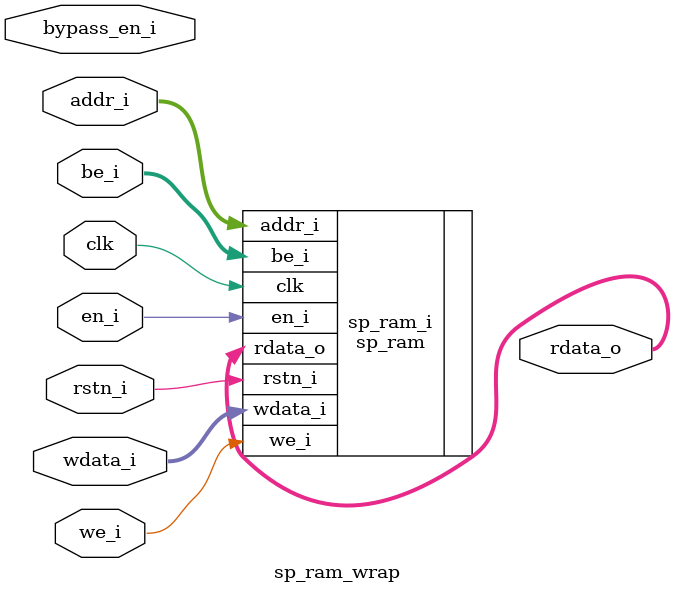
<source format=sv>

`include "config.sv"

module sp_ram_wrap
  #(
    parameter RAM_SIZE   = 32768,              // in bytes
    parameter ADDR_WIDTH = $clog2(RAM_SIZE),
    parameter DATA_WIDTH = 32
  )(
    // Clock and Reset
    input  logic                    clk,
    input  logic                    rstn_i,
    input  logic                    en_i,
    input  logic [ADDR_WIDTH-1:0]   addr_i,
    input  logic [DATA_WIDTH-1:0]   wdata_i,
    output logic [DATA_WIDTH-1:0]   rdata_o,
    input  logic                    we_i,
    input  logic [DATA_WIDTH/8-1:0] be_i,
    input  logic                    bypass_en_i
  );

`ifdef PULP_FPGA_EMUL
  xilinx_mem_8192x32
  sp_ram_i
  (
    .clka   ( clk                    ),
    .rsta   ( 1'b0                   ), // reset is active high

    .ena    ( en_i                   ),
    .addra  ( addr_i[ADDR_WIDTH-1:2] ),
    .dina   ( wdata_i                ),
    .douta  ( rdata_o                ),
    .wea    ( be_i & {4{we_i}}       )
  );

  // TODO: we should kill synthesis when the ram size is larger than what we
  // have here

`elsif ASIC
   // RAM bypass logic
   logic [31:0] ram_out_int;
   // assign rdata_o = (bypass_en_i) ? wdata_i : ram_out_int;
   assign rdata_o = ram_out_int;

   sp_ram_bank
   #(
    .NUM_BANKS  ( RAM_SIZE/4096 ),
    .BANK_SIZE  ( 1024          )
   )
   sp_ram_bank_i
   (
    .clk_i   ( clk                     ),
    .rstn_i  ( rstn_i                  ),
    .en_i    ( en_i                    ),
    .addr_i  ( addr_i                  ),
    .wdata_i ( wdata_i                 ),
    .rdata_o ( ram_out_int             ),
    .we_i    ( (we_i & ~bypass_en_i)   ),
    .be_i    ( be_i                    )
   );

`else
  sp_ram
  #(
    .ADDR_WIDTH ( ADDR_WIDTH ),
    .DATA_WIDTH ( DATA_WIDTH ),
    .NUM_WORDS  ( RAM_SIZE   )
  )
  sp_ram_i
  (
    .clk     ( clk       ),
    .rstn_i  (rstn_i     ),
    .en_i    ( en_i      ),
    .addr_i  ( addr_i    ),
    .wdata_i ( wdata_i   ),
    .rdata_o ( rdata_o   ),
    .we_i    ( we_i      ),
    .be_i    ( be_i      )
  );
`endif

endmodule

</source>
